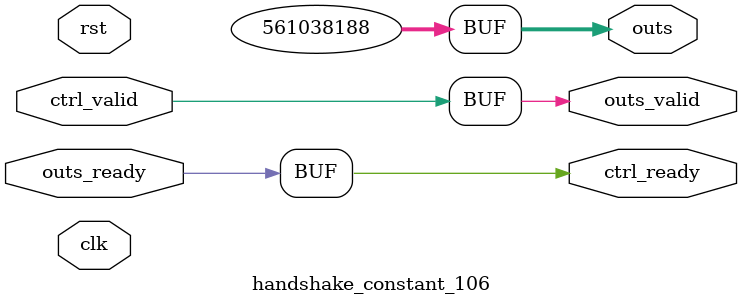
<source format=v>
`timescale 1ns / 1ps
module handshake_constant_106 #(
  parameter DATA_WIDTH = 32  // Default set to 32 bits
) (
  input                       clk,
  input                       rst,
  // Input Channel
  input                       ctrl_valid,
  output                      ctrl_ready,
  // Output Channel
  output [DATA_WIDTH - 1 : 0] outs,
  output                      outs_valid,
  input                       outs_ready
);
  assign outs       = 31'b0100001011100001100001101101100;
  assign outs_valid = ctrl_valid;
  assign ctrl_ready = outs_ready;

endmodule

</source>
